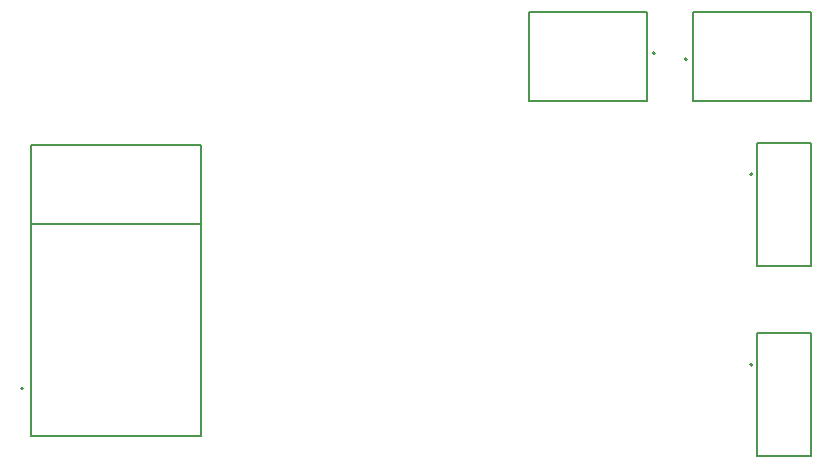
<source format=gbr>
%TF.GenerationSoftware,Altium Limited,Altium Designer,21.0.9 (235)*%
G04 Layer_Color=16711935*
%FSLAX45Y45*%
%MOMM*%
%TF.SameCoordinates,CD0AAE9F-0E9C-42BF-811C-419C72380B22*%
%TF.FilePolarity,Positive*%
%TF.FileFunction,Other,Mechanical_13*%
%TF.Part,Single*%
G01*
G75*
%TA.AperFunction,NonConductor*%
%ADD49C,0.20000*%
%ADD50C,0.12700*%
D49*
X184295Y1235532D02*
G03*
X184295Y1235532I-10000J0D01*
G01*
X5803475Y4023252D02*
G03*
X5803475Y4023252I-10000J0D01*
G01*
X6357975Y1438732D02*
G03*
X6357975Y1438732I-10000J0D01*
G01*
Y3049092D02*
G03*
X6357975Y3049092I-10000J0D01*
G01*
X5531555Y4073252D02*
G03*
X5531555Y4073252I-10000J0D01*
G01*
D50*
X249293Y2631531D02*
X1689296D01*
X249293Y831530D02*
X1689296D01*
Y2631531D01*
Y3301533D01*
X249293D02*
X1689296D01*
X249293Y2631531D02*
Y3301533D01*
Y831530D02*
Y2631531D01*
X5853473Y3673251D02*
Y4423253D01*
Y3673251D02*
X6853476D01*
Y4423253D01*
X5853473D02*
X6853476D01*
X6393477Y1703730D02*
X6853476D01*
Y663732D02*
Y1703730D01*
X6393477Y663732D02*
X6853476D01*
X6393477D02*
Y1703730D01*
Y3314090D02*
X6853476D01*
Y2274092D02*
Y3314090D01*
X6393477Y2274092D02*
X6853476D01*
X6393477D02*
Y3314090D01*
X4461553Y3673251D02*
X5461556D01*
X4461553D02*
Y4423253D01*
X5461556D01*
Y3673251D02*
Y4423253D01*
%TF.MD5,303bef9d4b3e8d52a90a5615e5eb666d*%
M02*

</source>
